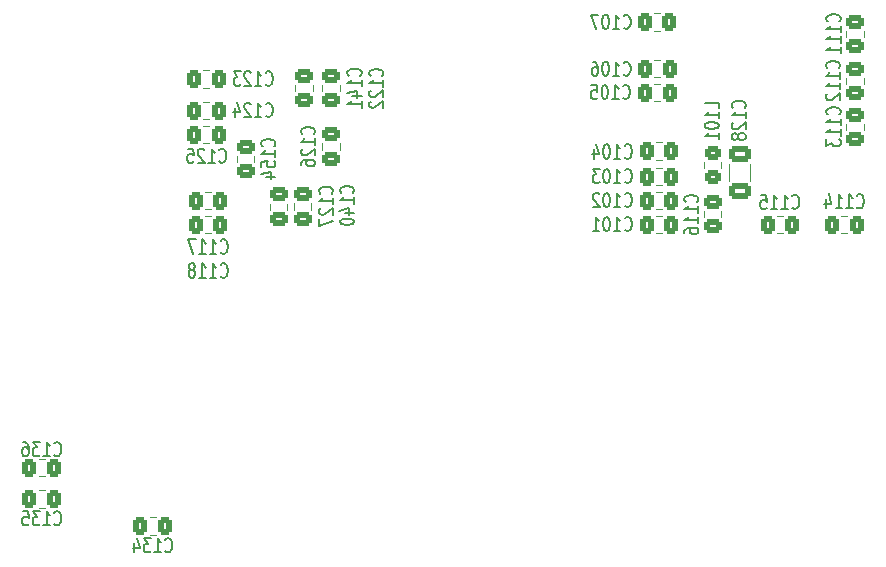
<source format=gbo>
G04 #@! TF.GenerationSoftware,KiCad,Pcbnew,9.0.5*
G04 #@! TF.CreationDate,2025-10-23T19:13:02+02:00*
G04 #@! TF.ProjectId,main-board,6d61696e-2d62-46f6-9172-642e6b696361,1.0a*
G04 #@! TF.SameCoordinates,Original*
G04 #@! TF.FileFunction,Legend,Bot*
G04 #@! TF.FilePolarity,Positive*
%FSLAX46Y46*%
G04 Gerber Fmt 4.6, Leading zero omitted, Abs format (unit mm)*
G04 Created by KiCad (PCBNEW 9.0.5) date 2025-10-23 19:13:02*
%MOMM*%
%LPD*%
G01*
G04 APERTURE LIST*
G04 Aperture macros list*
%AMRoundRect*
0 Rectangle with rounded corners*
0 $1 Rounding radius*
0 $2 $3 $4 $5 $6 $7 $8 $9 X,Y pos of 4 corners*
0 Add a 4 corners polygon primitive as box body*
4,1,4,$2,$3,$4,$5,$6,$7,$8,$9,$2,$3,0*
0 Add four circle primitives for the rounded corners*
1,1,$1+$1,$2,$3*
1,1,$1+$1,$4,$5*
1,1,$1+$1,$6,$7*
1,1,$1+$1,$8,$9*
0 Add four rect primitives between the rounded corners*
20,1,$1+$1,$2,$3,$4,$5,0*
20,1,$1+$1,$4,$5,$6,$7,0*
20,1,$1+$1,$6,$7,$8,$9,0*
20,1,$1+$1,$8,$9,$2,$3,0*%
G04 Aperture macros list end*
%ADD10C,0.170000*%
%ADD11C,0.100000*%
%ADD12C,0.650000*%
%ADD13O,1.000000X2.100000*%
%ADD14O,1.000000X1.800000*%
%ADD15C,6.400000*%
%ADD16RoundRect,0.250000X-0.600000X-0.600000X0.600000X-0.600000X0.600000X0.600000X-0.600000X0.600000X0*%
%ADD17C,1.700000*%
%ADD18RoundRect,0.250000X0.600000X-0.600000X0.600000X0.600000X-0.600000X0.600000X-0.600000X-0.600000X0*%
%ADD19RoundRect,0.250000X-0.337500X-0.475000X0.337500X-0.475000X0.337500X0.475000X-0.337500X0.475000X0*%
%ADD20RoundRect,0.250000X0.475000X-0.337500X0.475000X0.337500X-0.475000X0.337500X-0.475000X-0.337500X0*%
%ADD21RoundRect,0.250000X0.337500X0.475000X-0.337500X0.475000X-0.337500X-0.475000X0.337500X-0.475000X0*%
%ADD22RoundRect,0.250000X-0.475000X0.337500X-0.475000X-0.337500X0.475000X-0.337500X0.475000X0.337500X0*%
%ADD23C,2.300000*%
%ADD24C,3.600000*%
%ADD25C,1.200000*%
%ADD26C,1.100000*%
%ADD27RoundRect,0.250000X0.450000X-0.325000X0.450000X0.325000X-0.450000X0.325000X-0.450000X-0.325000X0*%
%ADD28RoundRect,0.250000X-0.650000X0.412500X-0.650000X-0.412500X0.650000X-0.412500X0.650000X0.412500X0*%
G04 APERTURE END LIST*
D10*
X48154095Y-63768217D02*
X48199333Y-63825360D01*
X48199333Y-63825360D02*
X48335047Y-63882502D01*
X48335047Y-63882502D02*
X48425523Y-63882502D01*
X48425523Y-63882502D02*
X48561238Y-63825360D01*
X48561238Y-63825360D02*
X48651714Y-63711074D01*
X48651714Y-63711074D02*
X48696952Y-63596788D01*
X48696952Y-63596788D02*
X48742190Y-63368217D01*
X48742190Y-63368217D02*
X48742190Y-63196788D01*
X48742190Y-63196788D02*
X48696952Y-62968217D01*
X48696952Y-62968217D02*
X48651714Y-62853931D01*
X48651714Y-62853931D02*
X48561238Y-62739645D01*
X48561238Y-62739645D02*
X48425523Y-62682502D01*
X48425523Y-62682502D02*
X48335047Y-62682502D01*
X48335047Y-62682502D02*
X48199333Y-62739645D01*
X48199333Y-62739645D02*
X48154095Y-62796788D01*
X47249333Y-63882502D02*
X47792190Y-63882502D01*
X47520762Y-63882502D02*
X47520762Y-62682502D01*
X47520762Y-62682502D02*
X47611238Y-62853931D01*
X47611238Y-62853931D02*
X47701714Y-62968217D01*
X47701714Y-62968217D02*
X47792190Y-63025360D01*
X46344571Y-63882502D02*
X46887428Y-63882502D01*
X46616000Y-63882502D02*
X46616000Y-62682502D01*
X46616000Y-62682502D02*
X46706476Y-62853931D01*
X46706476Y-62853931D02*
X46796952Y-62968217D01*
X46796952Y-62968217D02*
X46887428Y-63025360D01*
X45801714Y-63196788D02*
X45892190Y-63139645D01*
X45892190Y-63139645D02*
X45937428Y-63082502D01*
X45937428Y-63082502D02*
X45982666Y-62968217D01*
X45982666Y-62968217D02*
X45982666Y-62911074D01*
X45982666Y-62911074D02*
X45937428Y-62796788D01*
X45937428Y-62796788D02*
X45892190Y-62739645D01*
X45892190Y-62739645D02*
X45801714Y-62682502D01*
X45801714Y-62682502D02*
X45620761Y-62682502D01*
X45620761Y-62682502D02*
X45530285Y-62739645D01*
X45530285Y-62739645D02*
X45485047Y-62796788D01*
X45485047Y-62796788D02*
X45439809Y-62911074D01*
X45439809Y-62911074D02*
X45439809Y-62968217D01*
X45439809Y-62968217D02*
X45485047Y-63082502D01*
X45485047Y-63082502D02*
X45530285Y-63139645D01*
X45530285Y-63139645D02*
X45620761Y-63196788D01*
X45620761Y-63196788D02*
X45801714Y-63196788D01*
X45801714Y-63196788D02*
X45892190Y-63253931D01*
X45892190Y-63253931D02*
X45937428Y-63311074D01*
X45937428Y-63311074D02*
X45982666Y-63425360D01*
X45982666Y-63425360D02*
X45982666Y-63653931D01*
X45982666Y-63653931D02*
X45937428Y-63768217D01*
X45937428Y-63768217D02*
X45892190Y-63825360D01*
X45892190Y-63825360D02*
X45801714Y-63882502D01*
X45801714Y-63882502D02*
X45620761Y-63882502D01*
X45620761Y-63882502D02*
X45530285Y-63825360D01*
X45530285Y-63825360D02*
X45485047Y-63768217D01*
X45485047Y-63768217D02*
X45439809Y-63653931D01*
X45439809Y-63653931D02*
X45439809Y-63425360D01*
X45439809Y-63425360D02*
X45485047Y-63311074D01*
X45485047Y-63311074D02*
X45530285Y-63253931D01*
X45530285Y-63253931D02*
X45620761Y-63196788D01*
X82367895Y-53684417D02*
X82413133Y-53741560D01*
X82413133Y-53741560D02*
X82548847Y-53798702D01*
X82548847Y-53798702D02*
X82639323Y-53798702D01*
X82639323Y-53798702D02*
X82775038Y-53741560D01*
X82775038Y-53741560D02*
X82865514Y-53627274D01*
X82865514Y-53627274D02*
X82910752Y-53512988D01*
X82910752Y-53512988D02*
X82955990Y-53284417D01*
X82955990Y-53284417D02*
X82955990Y-53112988D01*
X82955990Y-53112988D02*
X82910752Y-52884417D01*
X82910752Y-52884417D02*
X82865514Y-52770131D01*
X82865514Y-52770131D02*
X82775038Y-52655845D01*
X82775038Y-52655845D02*
X82639323Y-52598702D01*
X82639323Y-52598702D02*
X82548847Y-52598702D01*
X82548847Y-52598702D02*
X82413133Y-52655845D01*
X82413133Y-52655845D02*
X82367895Y-52712988D01*
X81463133Y-53798702D02*
X82005990Y-53798702D01*
X81734562Y-53798702D02*
X81734562Y-52598702D01*
X81734562Y-52598702D02*
X81825038Y-52770131D01*
X81825038Y-52770131D02*
X81915514Y-52884417D01*
X81915514Y-52884417D02*
X82005990Y-52941560D01*
X80875038Y-52598702D02*
X80784561Y-52598702D01*
X80784561Y-52598702D02*
X80694085Y-52655845D01*
X80694085Y-52655845D02*
X80648847Y-52712988D01*
X80648847Y-52712988D02*
X80603609Y-52827274D01*
X80603609Y-52827274D02*
X80558371Y-53055845D01*
X80558371Y-53055845D02*
X80558371Y-53341560D01*
X80558371Y-53341560D02*
X80603609Y-53570131D01*
X80603609Y-53570131D02*
X80648847Y-53684417D01*
X80648847Y-53684417D02*
X80694085Y-53741560D01*
X80694085Y-53741560D02*
X80784561Y-53798702D01*
X80784561Y-53798702D02*
X80875038Y-53798702D01*
X80875038Y-53798702D02*
X80965514Y-53741560D01*
X80965514Y-53741560D02*
X81010752Y-53684417D01*
X81010752Y-53684417D02*
X81055990Y-53570131D01*
X81055990Y-53570131D02*
X81101228Y-53341560D01*
X81101228Y-53341560D02*
X81101228Y-53055845D01*
X81101228Y-53055845D02*
X81055990Y-52827274D01*
X81055990Y-52827274D02*
X81010752Y-52712988D01*
X81010752Y-52712988D02*
X80965514Y-52655845D01*
X80965514Y-52655845D02*
X80875038Y-52598702D01*
X79744085Y-52998702D02*
X79744085Y-53798702D01*
X79970276Y-52541560D02*
X80196466Y-53398702D01*
X80196466Y-53398702D02*
X79608371Y-53398702D01*
X88493217Y-57472504D02*
X88550360Y-57427266D01*
X88550360Y-57427266D02*
X88607502Y-57291552D01*
X88607502Y-57291552D02*
X88607502Y-57201076D01*
X88607502Y-57201076D02*
X88550360Y-57065361D01*
X88550360Y-57065361D02*
X88436074Y-56974885D01*
X88436074Y-56974885D02*
X88321788Y-56929647D01*
X88321788Y-56929647D02*
X88093217Y-56884409D01*
X88093217Y-56884409D02*
X87921788Y-56884409D01*
X87921788Y-56884409D02*
X87693217Y-56929647D01*
X87693217Y-56929647D02*
X87578931Y-56974885D01*
X87578931Y-56974885D02*
X87464645Y-57065361D01*
X87464645Y-57065361D02*
X87407502Y-57201076D01*
X87407502Y-57201076D02*
X87407502Y-57291552D01*
X87407502Y-57291552D02*
X87464645Y-57427266D01*
X87464645Y-57427266D02*
X87521788Y-57472504D01*
X88607502Y-58377266D02*
X88607502Y-57834409D01*
X88607502Y-58105837D02*
X87407502Y-58105837D01*
X87407502Y-58105837D02*
X87578931Y-58015361D01*
X87578931Y-58015361D02*
X87693217Y-57924885D01*
X87693217Y-57924885D02*
X87750360Y-57834409D01*
X88607502Y-59282028D02*
X88607502Y-58739171D01*
X88607502Y-59010599D02*
X87407502Y-59010599D01*
X87407502Y-59010599D02*
X87578931Y-58920123D01*
X87578931Y-58920123D02*
X87693217Y-58829647D01*
X87693217Y-58829647D02*
X87750360Y-58739171D01*
X87407502Y-60096314D02*
X87407502Y-59915361D01*
X87407502Y-59915361D02*
X87464645Y-59824885D01*
X87464645Y-59824885D02*
X87521788Y-59779647D01*
X87521788Y-59779647D02*
X87693217Y-59689171D01*
X87693217Y-59689171D02*
X87921788Y-59643933D01*
X87921788Y-59643933D02*
X88378931Y-59643933D01*
X88378931Y-59643933D02*
X88493217Y-59689171D01*
X88493217Y-59689171D02*
X88550360Y-59734409D01*
X88550360Y-59734409D02*
X88607502Y-59824885D01*
X88607502Y-59824885D02*
X88607502Y-60005838D01*
X88607502Y-60005838D02*
X88550360Y-60096314D01*
X88550360Y-60096314D02*
X88493217Y-60141552D01*
X88493217Y-60141552D02*
X88378931Y-60186790D01*
X88378931Y-60186790D02*
X88093217Y-60186790D01*
X88093217Y-60186790D02*
X87978931Y-60141552D01*
X87978931Y-60141552D02*
X87921788Y-60096314D01*
X87921788Y-60096314D02*
X87864645Y-60005838D01*
X87864645Y-60005838D02*
X87864645Y-59824885D01*
X87864645Y-59824885D02*
X87921788Y-59734409D01*
X87921788Y-59734409D02*
X87978931Y-59689171D01*
X87978931Y-59689171D02*
X88093217Y-59643933D01*
X82367895Y-59831217D02*
X82413133Y-59888360D01*
X82413133Y-59888360D02*
X82548847Y-59945502D01*
X82548847Y-59945502D02*
X82639323Y-59945502D01*
X82639323Y-59945502D02*
X82775038Y-59888360D01*
X82775038Y-59888360D02*
X82865514Y-59774074D01*
X82865514Y-59774074D02*
X82910752Y-59659788D01*
X82910752Y-59659788D02*
X82955990Y-59431217D01*
X82955990Y-59431217D02*
X82955990Y-59259788D01*
X82955990Y-59259788D02*
X82910752Y-59031217D01*
X82910752Y-59031217D02*
X82865514Y-58916931D01*
X82865514Y-58916931D02*
X82775038Y-58802645D01*
X82775038Y-58802645D02*
X82639323Y-58745502D01*
X82639323Y-58745502D02*
X82548847Y-58745502D01*
X82548847Y-58745502D02*
X82413133Y-58802645D01*
X82413133Y-58802645D02*
X82367895Y-58859788D01*
X81463133Y-59945502D02*
X82005990Y-59945502D01*
X81734562Y-59945502D02*
X81734562Y-58745502D01*
X81734562Y-58745502D02*
X81825038Y-58916931D01*
X81825038Y-58916931D02*
X81915514Y-59031217D01*
X81915514Y-59031217D02*
X82005990Y-59088360D01*
X80875038Y-58745502D02*
X80784561Y-58745502D01*
X80784561Y-58745502D02*
X80694085Y-58802645D01*
X80694085Y-58802645D02*
X80648847Y-58859788D01*
X80648847Y-58859788D02*
X80603609Y-58974074D01*
X80603609Y-58974074D02*
X80558371Y-59202645D01*
X80558371Y-59202645D02*
X80558371Y-59488360D01*
X80558371Y-59488360D02*
X80603609Y-59716931D01*
X80603609Y-59716931D02*
X80648847Y-59831217D01*
X80648847Y-59831217D02*
X80694085Y-59888360D01*
X80694085Y-59888360D02*
X80784561Y-59945502D01*
X80784561Y-59945502D02*
X80875038Y-59945502D01*
X80875038Y-59945502D02*
X80965514Y-59888360D01*
X80965514Y-59888360D02*
X81010752Y-59831217D01*
X81010752Y-59831217D02*
X81055990Y-59716931D01*
X81055990Y-59716931D02*
X81101228Y-59488360D01*
X81101228Y-59488360D02*
X81101228Y-59202645D01*
X81101228Y-59202645D02*
X81055990Y-58974074D01*
X81055990Y-58974074D02*
X81010752Y-58859788D01*
X81010752Y-58859788D02*
X80965514Y-58802645D01*
X80965514Y-58802645D02*
X80875038Y-58745502D01*
X79653609Y-59945502D02*
X80196466Y-59945502D01*
X79925038Y-59945502D02*
X79925038Y-58745502D01*
X79925038Y-58745502D02*
X80015514Y-58916931D01*
X80015514Y-58916931D02*
X80105990Y-59031217D01*
X80105990Y-59031217D02*
X80196466Y-59088360D01*
X82266295Y-42711617D02*
X82311533Y-42768760D01*
X82311533Y-42768760D02*
X82447247Y-42825902D01*
X82447247Y-42825902D02*
X82537723Y-42825902D01*
X82537723Y-42825902D02*
X82673438Y-42768760D01*
X82673438Y-42768760D02*
X82763914Y-42654474D01*
X82763914Y-42654474D02*
X82809152Y-42540188D01*
X82809152Y-42540188D02*
X82854390Y-42311617D01*
X82854390Y-42311617D02*
X82854390Y-42140188D01*
X82854390Y-42140188D02*
X82809152Y-41911617D01*
X82809152Y-41911617D02*
X82763914Y-41797331D01*
X82763914Y-41797331D02*
X82673438Y-41683045D01*
X82673438Y-41683045D02*
X82537723Y-41625902D01*
X82537723Y-41625902D02*
X82447247Y-41625902D01*
X82447247Y-41625902D02*
X82311533Y-41683045D01*
X82311533Y-41683045D02*
X82266295Y-41740188D01*
X81361533Y-42825902D02*
X81904390Y-42825902D01*
X81632962Y-42825902D02*
X81632962Y-41625902D01*
X81632962Y-41625902D02*
X81723438Y-41797331D01*
X81723438Y-41797331D02*
X81813914Y-41911617D01*
X81813914Y-41911617D02*
X81904390Y-41968760D01*
X80773438Y-41625902D02*
X80682961Y-41625902D01*
X80682961Y-41625902D02*
X80592485Y-41683045D01*
X80592485Y-41683045D02*
X80547247Y-41740188D01*
X80547247Y-41740188D02*
X80502009Y-41854474D01*
X80502009Y-41854474D02*
X80456771Y-42083045D01*
X80456771Y-42083045D02*
X80456771Y-42368760D01*
X80456771Y-42368760D02*
X80502009Y-42597331D01*
X80502009Y-42597331D02*
X80547247Y-42711617D01*
X80547247Y-42711617D02*
X80592485Y-42768760D01*
X80592485Y-42768760D02*
X80682961Y-42825902D01*
X80682961Y-42825902D02*
X80773438Y-42825902D01*
X80773438Y-42825902D02*
X80863914Y-42768760D01*
X80863914Y-42768760D02*
X80909152Y-42711617D01*
X80909152Y-42711617D02*
X80954390Y-42597331D01*
X80954390Y-42597331D02*
X80999628Y-42368760D01*
X80999628Y-42368760D02*
X80999628Y-42083045D01*
X80999628Y-42083045D02*
X80954390Y-41854474D01*
X80954390Y-41854474D02*
X80909152Y-41740188D01*
X80909152Y-41740188D02*
X80863914Y-41683045D01*
X80863914Y-41683045D02*
X80773438Y-41625902D01*
X80140104Y-41625902D02*
X79506771Y-41625902D01*
X79506771Y-41625902D02*
X79913914Y-42825902D01*
X102027495Y-57900817D02*
X102072733Y-57957960D01*
X102072733Y-57957960D02*
X102208447Y-58015102D01*
X102208447Y-58015102D02*
X102298923Y-58015102D01*
X102298923Y-58015102D02*
X102434638Y-57957960D01*
X102434638Y-57957960D02*
X102525114Y-57843674D01*
X102525114Y-57843674D02*
X102570352Y-57729388D01*
X102570352Y-57729388D02*
X102615590Y-57500817D01*
X102615590Y-57500817D02*
X102615590Y-57329388D01*
X102615590Y-57329388D02*
X102570352Y-57100817D01*
X102570352Y-57100817D02*
X102525114Y-56986531D01*
X102525114Y-56986531D02*
X102434638Y-56872245D01*
X102434638Y-56872245D02*
X102298923Y-56815102D01*
X102298923Y-56815102D02*
X102208447Y-56815102D01*
X102208447Y-56815102D02*
X102072733Y-56872245D01*
X102072733Y-56872245D02*
X102027495Y-56929388D01*
X101122733Y-58015102D02*
X101665590Y-58015102D01*
X101394162Y-58015102D02*
X101394162Y-56815102D01*
X101394162Y-56815102D02*
X101484638Y-56986531D01*
X101484638Y-56986531D02*
X101575114Y-57100817D01*
X101575114Y-57100817D02*
X101665590Y-57157960D01*
X100217971Y-58015102D02*
X100760828Y-58015102D01*
X100489400Y-58015102D02*
X100489400Y-56815102D01*
X100489400Y-56815102D02*
X100579876Y-56986531D01*
X100579876Y-56986531D02*
X100670352Y-57100817D01*
X100670352Y-57100817D02*
X100760828Y-57157960D01*
X99403685Y-57215102D02*
X99403685Y-58015102D01*
X99629876Y-56757960D02*
X99856066Y-57615102D01*
X99856066Y-57615102D02*
X99267971Y-57615102D01*
X43455095Y-87038217D02*
X43500333Y-87095360D01*
X43500333Y-87095360D02*
X43636047Y-87152502D01*
X43636047Y-87152502D02*
X43726523Y-87152502D01*
X43726523Y-87152502D02*
X43862238Y-87095360D01*
X43862238Y-87095360D02*
X43952714Y-86981074D01*
X43952714Y-86981074D02*
X43997952Y-86866788D01*
X43997952Y-86866788D02*
X44043190Y-86638217D01*
X44043190Y-86638217D02*
X44043190Y-86466788D01*
X44043190Y-86466788D02*
X43997952Y-86238217D01*
X43997952Y-86238217D02*
X43952714Y-86123931D01*
X43952714Y-86123931D02*
X43862238Y-86009645D01*
X43862238Y-86009645D02*
X43726523Y-85952502D01*
X43726523Y-85952502D02*
X43636047Y-85952502D01*
X43636047Y-85952502D02*
X43500333Y-86009645D01*
X43500333Y-86009645D02*
X43455095Y-86066788D01*
X42550333Y-87152502D02*
X43093190Y-87152502D01*
X42821762Y-87152502D02*
X42821762Y-85952502D01*
X42821762Y-85952502D02*
X42912238Y-86123931D01*
X42912238Y-86123931D02*
X43002714Y-86238217D01*
X43002714Y-86238217D02*
X43093190Y-86295360D01*
X42233666Y-85952502D02*
X41645571Y-85952502D01*
X41645571Y-85952502D02*
X41962238Y-86409645D01*
X41962238Y-86409645D02*
X41826523Y-86409645D01*
X41826523Y-86409645D02*
X41736047Y-86466788D01*
X41736047Y-86466788D02*
X41690809Y-86523931D01*
X41690809Y-86523931D02*
X41645571Y-86638217D01*
X41645571Y-86638217D02*
X41645571Y-86923931D01*
X41645571Y-86923931D02*
X41690809Y-87038217D01*
X41690809Y-87038217D02*
X41736047Y-87095360D01*
X41736047Y-87095360D02*
X41826523Y-87152502D01*
X41826523Y-87152502D02*
X42097952Y-87152502D01*
X42097952Y-87152502D02*
X42188428Y-87095360D01*
X42188428Y-87095360D02*
X42233666Y-87038217D01*
X40831285Y-86352502D02*
X40831285Y-87152502D01*
X41057476Y-85895360D02*
X41283666Y-86752502D01*
X41283666Y-86752502D02*
X40695571Y-86752502D01*
X56032017Y-51732104D02*
X56089160Y-51686866D01*
X56089160Y-51686866D02*
X56146302Y-51551152D01*
X56146302Y-51551152D02*
X56146302Y-51460676D01*
X56146302Y-51460676D02*
X56089160Y-51324961D01*
X56089160Y-51324961D02*
X55974874Y-51234485D01*
X55974874Y-51234485D02*
X55860588Y-51189247D01*
X55860588Y-51189247D02*
X55632017Y-51144009D01*
X55632017Y-51144009D02*
X55460588Y-51144009D01*
X55460588Y-51144009D02*
X55232017Y-51189247D01*
X55232017Y-51189247D02*
X55117731Y-51234485D01*
X55117731Y-51234485D02*
X55003445Y-51324961D01*
X55003445Y-51324961D02*
X54946302Y-51460676D01*
X54946302Y-51460676D02*
X54946302Y-51551152D01*
X54946302Y-51551152D02*
X55003445Y-51686866D01*
X55003445Y-51686866D02*
X55060588Y-51732104D01*
X56146302Y-52636866D02*
X56146302Y-52094009D01*
X56146302Y-52365437D02*
X54946302Y-52365437D01*
X54946302Y-52365437D02*
X55117731Y-52274961D01*
X55117731Y-52274961D02*
X55232017Y-52184485D01*
X55232017Y-52184485D02*
X55289160Y-52094009D01*
X55060588Y-52998771D02*
X55003445Y-53044009D01*
X55003445Y-53044009D02*
X54946302Y-53134485D01*
X54946302Y-53134485D02*
X54946302Y-53360676D01*
X54946302Y-53360676D02*
X55003445Y-53451152D01*
X55003445Y-53451152D02*
X55060588Y-53496390D01*
X55060588Y-53496390D02*
X55174874Y-53541628D01*
X55174874Y-53541628D02*
X55289160Y-53541628D01*
X55289160Y-53541628D02*
X55460588Y-53496390D01*
X55460588Y-53496390D02*
X56146302Y-52953533D01*
X56146302Y-52953533D02*
X56146302Y-53541628D01*
X54946302Y-54355914D02*
X54946302Y-54174961D01*
X54946302Y-54174961D02*
X55003445Y-54084485D01*
X55003445Y-54084485D02*
X55060588Y-54039247D01*
X55060588Y-54039247D02*
X55232017Y-53948771D01*
X55232017Y-53948771D02*
X55460588Y-53903533D01*
X55460588Y-53903533D02*
X55917731Y-53903533D01*
X55917731Y-53903533D02*
X56032017Y-53948771D01*
X56032017Y-53948771D02*
X56089160Y-53994009D01*
X56089160Y-53994009D02*
X56146302Y-54084485D01*
X56146302Y-54084485D02*
X56146302Y-54265438D01*
X56146302Y-54265438D02*
X56089160Y-54355914D01*
X56089160Y-54355914D02*
X56032017Y-54401152D01*
X56032017Y-54401152D02*
X55917731Y-54446390D01*
X55917731Y-54446390D02*
X55632017Y-54446390D01*
X55632017Y-54446390D02*
X55517731Y-54401152D01*
X55517731Y-54401152D02*
X55460588Y-54355914D01*
X55460588Y-54355914D02*
X55403445Y-54265438D01*
X55403445Y-54265438D02*
X55403445Y-54084485D01*
X55403445Y-54084485D02*
X55460588Y-53994009D01*
X55460588Y-53994009D02*
X55517731Y-53948771D01*
X55517731Y-53948771D02*
X55632017Y-53903533D01*
X48154095Y-61736217D02*
X48199333Y-61793360D01*
X48199333Y-61793360D02*
X48335047Y-61850502D01*
X48335047Y-61850502D02*
X48425523Y-61850502D01*
X48425523Y-61850502D02*
X48561238Y-61793360D01*
X48561238Y-61793360D02*
X48651714Y-61679074D01*
X48651714Y-61679074D02*
X48696952Y-61564788D01*
X48696952Y-61564788D02*
X48742190Y-61336217D01*
X48742190Y-61336217D02*
X48742190Y-61164788D01*
X48742190Y-61164788D02*
X48696952Y-60936217D01*
X48696952Y-60936217D02*
X48651714Y-60821931D01*
X48651714Y-60821931D02*
X48561238Y-60707645D01*
X48561238Y-60707645D02*
X48425523Y-60650502D01*
X48425523Y-60650502D02*
X48335047Y-60650502D01*
X48335047Y-60650502D02*
X48199333Y-60707645D01*
X48199333Y-60707645D02*
X48154095Y-60764788D01*
X47249333Y-61850502D02*
X47792190Y-61850502D01*
X47520762Y-61850502D02*
X47520762Y-60650502D01*
X47520762Y-60650502D02*
X47611238Y-60821931D01*
X47611238Y-60821931D02*
X47701714Y-60936217D01*
X47701714Y-60936217D02*
X47792190Y-60993360D01*
X46344571Y-61850502D02*
X46887428Y-61850502D01*
X46616000Y-61850502D02*
X46616000Y-60650502D01*
X46616000Y-60650502D02*
X46706476Y-60821931D01*
X46706476Y-60821931D02*
X46796952Y-60936217D01*
X46796952Y-60936217D02*
X46887428Y-60993360D01*
X46027904Y-60650502D02*
X45394571Y-60650502D01*
X45394571Y-60650502D02*
X45801714Y-61850502D01*
X82215495Y-48655217D02*
X82260733Y-48712360D01*
X82260733Y-48712360D02*
X82396447Y-48769502D01*
X82396447Y-48769502D02*
X82486923Y-48769502D01*
X82486923Y-48769502D02*
X82622638Y-48712360D01*
X82622638Y-48712360D02*
X82713114Y-48598074D01*
X82713114Y-48598074D02*
X82758352Y-48483788D01*
X82758352Y-48483788D02*
X82803590Y-48255217D01*
X82803590Y-48255217D02*
X82803590Y-48083788D01*
X82803590Y-48083788D02*
X82758352Y-47855217D01*
X82758352Y-47855217D02*
X82713114Y-47740931D01*
X82713114Y-47740931D02*
X82622638Y-47626645D01*
X82622638Y-47626645D02*
X82486923Y-47569502D01*
X82486923Y-47569502D02*
X82396447Y-47569502D01*
X82396447Y-47569502D02*
X82260733Y-47626645D01*
X82260733Y-47626645D02*
X82215495Y-47683788D01*
X81310733Y-48769502D02*
X81853590Y-48769502D01*
X81582162Y-48769502D02*
X81582162Y-47569502D01*
X81582162Y-47569502D02*
X81672638Y-47740931D01*
X81672638Y-47740931D02*
X81763114Y-47855217D01*
X81763114Y-47855217D02*
X81853590Y-47912360D01*
X80722638Y-47569502D02*
X80632161Y-47569502D01*
X80632161Y-47569502D02*
X80541685Y-47626645D01*
X80541685Y-47626645D02*
X80496447Y-47683788D01*
X80496447Y-47683788D02*
X80451209Y-47798074D01*
X80451209Y-47798074D02*
X80405971Y-48026645D01*
X80405971Y-48026645D02*
X80405971Y-48312360D01*
X80405971Y-48312360D02*
X80451209Y-48540931D01*
X80451209Y-48540931D02*
X80496447Y-48655217D01*
X80496447Y-48655217D02*
X80541685Y-48712360D01*
X80541685Y-48712360D02*
X80632161Y-48769502D01*
X80632161Y-48769502D02*
X80722638Y-48769502D01*
X80722638Y-48769502D02*
X80813114Y-48712360D01*
X80813114Y-48712360D02*
X80858352Y-48655217D01*
X80858352Y-48655217D02*
X80903590Y-48540931D01*
X80903590Y-48540931D02*
X80948828Y-48312360D01*
X80948828Y-48312360D02*
X80948828Y-48026645D01*
X80948828Y-48026645D02*
X80903590Y-47798074D01*
X80903590Y-47798074D02*
X80858352Y-47683788D01*
X80858352Y-47683788D02*
X80813114Y-47626645D01*
X80813114Y-47626645D02*
X80722638Y-47569502D01*
X79546447Y-47569502D02*
X79998828Y-47569502D01*
X79998828Y-47569502D02*
X80044066Y-48140931D01*
X80044066Y-48140931D02*
X79998828Y-48083788D01*
X79998828Y-48083788D02*
X79908352Y-48026645D01*
X79908352Y-48026645D02*
X79682161Y-48026645D01*
X79682161Y-48026645D02*
X79591685Y-48083788D01*
X79591685Y-48083788D02*
X79546447Y-48140931D01*
X79546447Y-48140931D02*
X79501209Y-48255217D01*
X79501209Y-48255217D02*
X79501209Y-48540931D01*
X79501209Y-48540931D02*
X79546447Y-48655217D01*
X79546447Y-48655217D02*
X79591685Y-48712360D01*
X79591685Y-48712360D02*
X79682161Y-48769502D01*
X79682161Y-48769502D02*
X79908352Y-48769502D01*
X79908352Y-48769502D02*
X79998828Y-48712360D01*
X79998828Y-48712360D02*
X80044066Y-48655217D01*
X34057095Y-78886217D02*
X34102333Y-78943360D01*
X34102333Y-78943360D02*
X34238047Y-79000502D01*
X34238047Y-79000502D02*
X34328523Y-79000502D01*
X34328523Y-79000502D02*
X34464238Y-78943360D01*
X34464238Y-78943360D02*
X34554714Y-78829074D01*
X34554714Y-78829074D02*
X34599952Y-78714788D01*
X34599952Y-78714788D02*
X34645190Y-78486217D01*
X34645190Y-78486217D02*
X34645190Y-78314788D01*
X34645190Y-78314788D02*
X34599952Y-78086217D01*
X34599952Y-78086217D02*
X34554714Y-77971931D01*
X34554714Y-77971931D02*
X34464238Y-77857645D01*
X34464238Y-77857645D02*
X34328523Y-77800502D01*
X34328523Y-77800502D02*
X34238047Y-77800502D01*
X34238047Y-77800502D02*
X34102333Y-77857645D01*
X34102333Y-77857645D02*
X34057095Y-77914788D01*
X33152333Y-79000502D02*
X33695190Y-79000502D01*
X33423762Y-79000502D02*
X33423762Y-77800502D01*
X33423762Y-77800502D02*
X33514238Y-77971931D01*
X33514238Y-77971931D02*
X33604714Y-78086217D01*
X33604714Y-78086217D02*
X33695190Y-78143360D01*
X32835666Y-77800502D02*
X32247571Y-77800502D01*
X32247571Y-77800502D02*
X32564238Y-78257645D01*
X32564238Y-78257645D02*
X32428523Y-78257645D01*
X32428523Y-78257645D02*
X32338047Y-78314788D01*
X32338047Y-78314788D02*
X32292809Y-78371931D01*
X32292809Y-78371931D02*
X32247571Y-78486217D01*
X32247571Y-78486217D02*
X32247571Y-78771931D01*
X32247571Y-78771931D02*
X32292809Y-78886217D01*
X32292809Y-78886217D02*
X32338047Y-78943360D01*
X32338047Y-78943360D02*
X32428523Y-79000502D01*
X32428523Y-79000502D02*
X32699952Y-79000502D01*
X32699952Y-79000502D02*
X32790428Y-78943360D01*
X32790428Y-78943360D02*
X32835666Y-78886217D01*
X31433285Y-77800502D02*
X31614238Y-77800502D01*
X31614238Y-77800502D02*
X31704714Y-77857645D01*
X31704714Y-77857645D02*
X31749952Y-77914788D01*
X31749952Y-77914788D02*
X31840428Y-78086217D01*
X31840428Y-78086217D02*
X31885666Y-78314788D01*
X31885666Y-78314788D02*
X31885666Y-78771931D01*
X31885666Y-78771931D02*
X31840428Y-78886217D01*
X31840428Y-78886217D02*
X31795190Y-78943360D01*
X31795190Y-78943360D02*
X31704714Y-79000502D01*
X31704714Y-79000502D02*
X31523761Y-79000502D01*
X31523761Y-79000502D02*
X31433285Y-78943360D01*
X31433285Y-78943360D02*
X31388047Y-78886217D01*
X31388047Y-78886217D02*
X31342809Y-78771931D01*
X31342809Y-78771931D02*
X31342809Y-78486217D01*
X31342809Y-78486217D02*
X31388047Y-78371931D01*
X31388047Y-78371931D02*
X31433285Y-78314788D01*
X31433285Y-78314788D02*
X31523761Y-78257645D01*
X31523761Y-78257645D02*
X31704714Y-78257645D01*
X31704714Y-78257645D02*
X31795190Y-78314788D01*
X31795190Y-78314788D02*
X31840428Y-78371931D01*
X31840428Y-78371931D02*
X31885666Y-78486217D01*
X82367895Y-57799217D02*
X82413133Y-57856360D01*
X82413133Y-57856360D02*
X82548847Y-57913502D01*
X82548847Y-57913502D02*
X82639323Y-57913502D01*
X82639323Y-57913502D02*
X82775038Y-57856360D01*
X82775038Y-57856360D02*
X82865514Y-57742074D01*
X82865514Y-57742074D02*
X82910752Y-57627788D01*
X82910752Y-57627788D02*
X82955990Y-57399217D01*
X82955990Y-57399217D02*
X82955990Y-57227788D01*
X82955990Y-57227788D02*
X82910752Y-56999217D01*
X82910752Y-56999217D02*
X82865514Y-56884931D01*
X82865514Y-56884931D02*
X82775038Y-56770645D01*
X82775038Y-56770645D02*
X82639323Y-56713502D01*
X82639323Y-56713502D02*
X82548847Y-56713502D01*
X82548847Y-56713502D02*
X82413133Y-56770645D01*
X82413133Y-56770645D02*
X82367895Y-56827788D01*
X81463133Y-57913502D02*
X82005990Y-57913502D01*
X81734562Y-57913502D02*
X81734562Y-56713502D01*
X81734562Y-56713502D02*
X81825038Y-56884931D01*
X81825038Y-56884931D02*
X81915514Y-56999217D01*
X81915514Y-56999217D02*
X82005990Y-57056360D01*
X80875038Y-56713502D02*
X80784561Y-56713502D01*
X80784561Y-56713502D02*
X80694085Y-56770645D01*
X80694085Y-56770645D02*
X80648847Y-56827788D01*
X80648847Y-56827788D02*
X80603609Y-56942074D01*
X80603609Y-56942074D02*
X80558371Y-57170645D01*
X80558371Y-57170645D02*
X80558371Y-57456360D01*
X80558371Y-57456360D02*
X80603609Y-57684931D01*
X80603609Y-57684931D02*
X80648847Y-57799217D01*
X80648847Y-57799217D02*
X80694085Y-57856360D01*
X80694085Y-57856360D02*
X80784561Y-57913502D01*
X80784561Y-57913502D02*
X80875038Y-57913502D01*
X80875038Y-57913502D02*
X80965514Y-57856360D01*
X80965514Y-57856360D02*
X81010752Y-57799217D01*
X81010752Y-57799217D02*
X81055990Y-57684931D01*
X81055990Y-57684931D02*
X81101228Y-57456360D01*
X81101228Y-57456360D02*
X81101228Y-57170645D01*
X81101228Y-57170645D02*
X81055990Y-56942074D01*
X81055990Y-56942074D02*
X81010752Y-56827788D01*
X81010752Y-56827788D02*
X80965514Y-56770645D01*
X80965514Y-56770645D02*
X80875038Y-56713502D01*
X80196466Y-56827788D02*
X80151228Y-56770645D01*
X80151228Y-56770645D02*
X80060752Y-56713502D01*
X80060752Y-56713502D02*
X79834561Y-56713502D01*
X79834561Y-56713502D02*
X79744085Y-56770645D01*
X79744085Y-56770645D02*
X79698847Y-56827788D01*
X79698847Y-56827788D02*
X79653609Y-56942074D01*
X79653609Y-56942074D02*
X79653609Y-57056360D01*
X79653609Y-57056360D02*
X79698847Y-57227788D01*
X79698847Y-57227788D02*
X80241704Y-57913502D01*
X80241704Y-57913502D02*
X79653609Y-57913502D01*
X100482017Y-46144104D02*
X100539160Y-46098866D01*
X100539160Y-46098866D02*
X100596302Y-45963152D01*
X100596302Y-45963152D02*
X100596302Y-45872676D01*
X100596302Y-45872676D02*
X100539160Y-45736961D01*
X100539160Y-45736961D02*
X100424874Y-45646485D01*
X100424874Y-45646485D02*
X100310588Y-45601247D01*
X100310588Y-45601247D02*
X100082017Y-45556009D01*
X100082017Y-45556009D02*
X99910588Y-45556009D01*
X99910588Y-45556009D02*
X99682017Y-45601247D01*
X99682017Y-45601247D02*
X99567731Y-45646485D01*
X99567731Y-45646485D02*
X99453445Y-45736961D01*
X99453445Y-45736961D02*
X99396302Y-45872676D01*
X99396302Y-45872676D02*
X99396302Y-45963152D01*
X99396302Y-45963152D02*
X99453445Y-46098866D01*
X99453445Y-46098866D02*
X99510588Y-46144104D01*
X100596302Y-47048866D02*
X100596302Y-46506009D01*
X100596302Y-46777437D02*
X99396302Y-46777437D01*
X99396302Y-46777437D02*
X99567731Y-46686961D01*
X99567731Y-46686961D02*
X99682017Y-46596485D01*
X99682017Y-46596485D02*
X99739160Y-46506009D01*
X100596302Y-47953628D02*
X100596302Y-47410771D01*
X100596302Y-47682199D02*
X99396302Y-47682199D01*
X99396302Y-47682199D02*
X99567731Y-47591723D01*
X99567731Y-47591723D02*
X99682017Y-47501247D01*
X99682017Y-47501247D02*
X99739160Y-47410771D01*
X99510588Y-48315533D02*
X99453445Y-48360771D01*
X99453445Y-48360771D02*
X99396302Y-48451247D01*
X99396302Y-48451247D02*
X99396302Y-48677438D01*
X99396302Y-48677438D02*
X99453445Y-48767914D01*
X99453445Y-48767914D02*
X99510588Y-48813152D01*
X99510588Y-48813152D02*
X99624874Y-48858390D01*
X99624874Y-48858390D02*
X99739160Y-48858390D01*
X99739160Y-48858390D02*
X99910588Y-48813152D01*
X99910588Y-48813152D02*
X100596302Y-48270295D01*
X100596302Y-48270295D02*
X100596302Y-48858390D01*
X96541095Y-57951617D02*
X96586333Y-58008760D01*
X96586333Y-58008760D02*
X96722047Y-58065902D01*
X96722047Y-58065902D02*
X96812523Y-58065902D01*
X96812523Y-58065902D02*
X96948238Y-58008760D01*
X96948238Y-58008760D02*
X97038714Y-57894474D01*
X97038714Y-57894474D02*
X97083952Y-57780188D01*
X97083952Y-57780188D02*
X97129190Y-57551617D01*
X97129190Y-57551617D02*
X97129190Y-57380188D01*
X97129190Y-57380188D02*
X97083952Y-57151617D01*
X97083952Y-57151617D02*
X97038714Y-57037331D01*
X97038714Y-57037331D02*
X96948238Y-56923045D01*
X96948238Y-56923045D02*
X96812523Y-56865902D01*
X96812523Y-56865902D02*
X96722047Y-56865902D01*
X96722047Y-56865902D02*
X96586333Y-56923045D01*
X96586333Y-56923045D02*
X96541095Y-56980188D01*
X95636333Y-58065902D02*
X96179190Y-58065902D01*
X95907762Y-58065902D02*
X95907762Y-56865902D01*
X95907762Y-56865902D02*
X95998238Y-57037331D01*
X95998238Y-57037331D02*
X96088714Y-57151617D01*
X96088714Y-57151617D02*
X96179190Y-57208760D01*
X94731571Y-58065902D02*
X95274428Y-58065902D01*
X95003000Y-58065902D02*
X95003000Y-56865902D01*
X95003000Y-56865902D02*
X95093476Y-57037331D01*
X95093476Y-57037331D02*
X95183952Y-57151617D01*
X95183952Y-57151617D02*
X95274428Y-57208760D01*
X93872047Y-56865902D02*
X94324428Y-56865902D01*
X94324428Y-56865902D02*
X94369666Y-57437331D01*
X94369666Y-57437331D02*
X94324428Y-57380188D01*
X94324428Y-57380188D02*
X94233952Y-57323045D01*
X94233952Y-57323045D02*
X94007761Y-57323045D01*
X94007761Y-57323045D02*
X93917285Y-57380188D01*
X93917285Y-57380188D02*
X93872047Y-57437331D01*
X93872047Y-57437331D02*
X93826809Y-57551617D01*
X93826809Y-57551617D02*
X93826809Y-57837331D01*
X93826809Y-57837331D02*
X93872047Y-57951617D01*
X93872047Y-57951617D02*
X93917285Y-58008760D01*
X93917285Y-58008760D02*
X94007761Y-58065902D01*
X94007761Y-58065902D02*
X94233952Y-58065902D01*
X94233952Y-58065902D02*
X94324428Y-58008760D01*
X94324428Y-58008760D02*
X94369666Y-57951617D01*
X51964095Y-50179217D02*
X52009333Y-50236360D01*
X52009333Y-50236360D02*
X52145047Y-50293502D01*
X52145047Y-50293502D02*
X52235523Y-50293502D01*
X52235523Y-50293502D02*
X52371238Y-50236360D01*
X52371238Y-50236360D02*
X52461714Y-50122074D01*
X52461714Y-50122074D02*
X52506952Y-50007788D01*
X52506952Y-50007788D02*
X52552190Y-49779217D01*
X52552190Y-49779217D02*
X52552190Y-49607788D01*
X52552190Y-49607788D02*
X52506952Y-49379217D01*
X52506952Y-49379217D02*
X52461714Y-49264931D01*
X52461714Y-49264931D02*
X52371238Y-49150645D01*
X52371238Y-49150645D02*
X52235523Y-49093502D01*
X52235523Y-49093502D02*
X52145047Y-49093502D01*
X52145047Y-49093502D02*
X52009333Y-49150645D01*
X52009333Y-49150645D02*
X51964095Y-49207788D01*
X51059333Y-50293502D02*
X51602190Y-50293502D01*
X51330762Y-50293502D02*
X51330762Y-49093502D01*
X51330762Y-49093502D02*
X51421238Y-49264931D01*
X51421238Y-49264931D02*
X51511714Y-49379217D01*
X51511714Y-49379217D02*
X51602190Y-49436360D01*
X50697428Y-49207788D02*
X50652190Y-49150645D01*
X50652190Y-49150645D02*
X50561714Y-49093502D01*
X50561714Y-49093502D02*
X50335523Y-49093502D01*
X50335523Y-49093502D02*
X50245047Y-49150645D01*
X50245047Y-49150645D02*
X50199809Y-49207788D01*
X50199809Y-49207788D02*
X50154571Y-49322074D01*
X50154571Y-49322074D02*
X50154571Y-49436360D01*
X50154571Y-49436360D02*
X50199809Y-49607788D01*
X50199809Y-49607788D02*
X50742666Y-50293502D01*
X50742666Y-50293502D02*
X50154571Y-50293502D01*
X49340285Y-49493502D02*
X49340285Y-50293502D01*
X49566476Y-49036360D02*
X49792666Y-49893502D01*
X49792666Y-49893502D02*
X49204571Y-49893502D01*
X90334702Y-49547704D02*
X90334702Y-49095323D01*
X90334702Y-49095323D02*
X89134702Y-49095323D01*
X90334702Y-50361990D02*
X90334702Y-49819133D01*
X90334702Y-50090561D02*
X89134702Y-50090561D01*
X89134702Y-50090561D02*
X89306131Y-50000085D01*
X89306131Y-50000085D02*
X89420417Y-49909609D01*
X89420417Y-49909609D02*
X89477560Y-49819133D01*
X89134702Y-50950085D02*
X89134702Y-51040562D01*
X89134702Y-51040562D02*
X89191845Y-51131038D01*
X89191845Y-51131038D02*
X89248988Y-51176276D01*
X89248988Y-51176276D02*
X89363274Y-51221514D01*
X89363274Y-51221514D02*
X89591845Y-51266752D01*
X89591845Y-51266752D02*
X89877560Y-51266752D01*
X89877560Y-51266752D02*
X90106131Y-51221514D01*
X90106131Y-51221514D02*
X90220417Y-51176276D01*
X90220417Y-51176276D02*
X90277560Y-51131038D01*
X90277560Y-51131038D02*
X90334702Y-51040562D01*
X90334702Y-51040562D02*
X90334702Y-50950085D01*
X90334702Y-50950085D02*
X90277560Y-50859609D01*
X90277560Y-50859609D02*
X90220417Y-50814371D01*
X90220417Y-50814371D02*
X90106131Y-50769133D01*
X90106131Y-50769133D02*
X89877560Y-50723895D01*
X89877560Y-50723895D02*
X89591845Y-50723895D01*
X89591845Y-50723895D02*
X89363274Y-50769133D01*
X89363274Y-50769133D02*
X89248988Y-50814371D01*
X89248988Y-50814371D02*
X89191845Y-50859609D01*
X89191845Y-50859609D02*
X89134702Y-50950085D01*
X90334702Y-52171514D02*
X90334702Y-51628657D01*
X90334702Y-51900085D02*
X89134702Y-51900085D01*
X89134702Y-51900085D02*
X89306131Y-51809609D01*
X89306131Y-51809609D02*
X89420417Y-51719133D01*
X89420417Y-51719133D02*
X89477560Y-51628657D01*
X100532817Y-42181704D02*
X100589960Y-42136466D01*
X100589960Y-42136466D02*
X100647102Y-42000752D01*
X100647102Y-42000752D02*
X100647102Y-41910276D01*
X100647102Y-41910276D02*
X100589960Y-41774561D01*
X100589960Y-41774561D02*
X100475674Y-41684085D01*
X100475674Y-41684085D02*
X100361388Y-41638847D01*
X100361388Y-41638847D02*
X100132817Y-41593609D01*
X100132817Y-41593609D02*
X99961388Y-41593609D01*
X99961388Y-41593609D02*
X99732817Y-41638847D01*
X99732817Y-41638847D02*
X99618531Y-41684085D01*
X99618531Y-41684085D02*
X99504245Y-41774561D01*
X99504245Y-41774561D02*
X99447102Y-41910276D01*
X99447102Y-41910276D02*
X99447102Y-42000752D01*
X99447102Y-42000752D02*
X99504245Y-42136466D01*
X99504245Y-42136466D02*
X99561388Y-42181704D01*
X100647102Y-43086466D02*
X100647102Y-42543609D01*
X100647102Y-42815037D02*
X99447102Y-42815037D01*
X99447102Y-42815037D02*
X99618531Y-42724561D01*
X99618531Y-42724561D02*
X99732817Y-42634085D01*
X99732817Y-42634085D02*
X99789960Y-42543609D01*
X100647102Y-43991228D02*
X100647102Y-43448371D01*
X100647102Y-43719799D02*
X99447102Y-43719799D01*
X99447102Y-43719799D02*
X99618531Y-43629323D01*
X99618531Y-43629323D02*
X99732817Y-43538847D01*
X99732817Y-43538847D02*
X99789960Y-43448371D01*
X100647102Y-44895990D02*
X100647102Y-44353133D01*
X100647102Y-44624561D02*
X99447102Y-44624561D01*
X99447102Y-44624561D02*
X99618531Y-44534085D01*
X99618531Y-44534085D02*
X99732817Y-44443609D01*
X99732817Y-44443609D02*
X99789960Y-44353133D01*
X48027095Y-54040017D02*
X48072333Y-54097160D01*
X48072333Y-54097160D02*
X48208047Y-54154302D01*
X48208047Y-54154302D02*
X48298523Y-54154302D01*
X48298523Y-54154302D02*
X48434238Y-54097160D01*
X48434238Y-54097160D02*
X48524714Y-53982874D01*
X48524714Y-53982874D02*
X48569952Y-53868588D01*
X48569952Y-53868588D02*
X48615190Y-53640017D01*
X48615190Y-53640017D02*
X48615190Y-53468588D01*
X48615190Y-53468588D02*
X48569952Y-53240017D01*
X48569952Y-53240017D02*
X48524714Y-53125731D01*
X48524714Y-53125731D02*
X48434238Y-53011445D01*
X48434238Y-53011445D02*
X48298523Y-52954302D01*
X48298523Y-52954302D02*
X48208047Y-52954302D01*
X48208047Y-52954302D02*
X48072333Y-53011445D01*
X48072333Y-53011445D02*
X48027095Y-53068588D01*
X47122333Y-54154302D02*
X47665190Y-54154302D01*
X47393762Y-54154302D02*
X47393762Y-52954302D01*
X47393762Y-52954302D02*
X47484238Y-53125731D01*
X47484238Y-53125731D02*
X47574714Y-53240017D01*
X47574714Y-53240017D02*
X47665190Y-53297160D01*
X46760428Y-53068588D02*
X46715190Y-53011445D01*
X46715190Y-53011445D02*
X46624714Y-52954302D01*
X46624714Y-52954302D02*
X46398523Y-52954302D01*
X46398523Y-52954302D02*
X46308047Y-53011445D01*
X46308047Y-53011445D02*
X46262809Y-53068588D01*
X46262809Y-53068588D02*
X46217571Y-53182874D01*
X46217571Y-53182874D02*
X46217571Y-53297160D01*
X46217571Y-53297160D02*
X46262809Y-53468588D01*
X46262809Y-53468588D02*
X46805666Y-54154302D01*
X46805666Y-54154302D02*
X46217571Y-54154302D01*
X45358047Y-52954302D02*
X45810428Y-52954302D01*
X45810428Y-52954302D02*
X45855666Y-53525731D01*
X45855666Y-53525731D02*
X45810428Y-53468588D01*
X45810428Y-53468588D02*
X45719952Y-53411445D01*
X45719952Y-53411445D02*
X45493761Y-53411445D01*
X45493761Y-53411445D02*
X45403285Y-53468588D01*
X45403285Y-53468588D02*
X45358047Y-53525731D01*
X45358047Y-53525731D02*
X45312809Y-53640017D01*
X45312809Y-53640017D02*
X45312809Y-53925731D01*
X45312809Y-53925731D02*
X45358047Y-54040017D01*
X45358047Y-54040017D02*
X45403285Y-54097160D01*
X45403285Y-54097160D02*
X45493761Y-54154302D01*
X45493761Y-54154302D02*
X45719952Y-54154302D01*
X45719952Y-54154302D02*
X45810428Y-54097160D01*
X45810428Y-54097160D02*
X45855666Y-54040017D01*
X34057095Y-84752217D02*
X34102333Y-84809360D01*
X34102333Y-84809360D02*
X34238047Y-84866502D01*
X34238047Y-84866502D02*
X34328523Y-84866502D01*
X34328523Y-84866502D02*
X34464238Y-84809360D01*
X34464238Y-84809360D02*
X34554714Y-84695074D01*
X34554714Y-84695074D02*
X34599952Y-84580788D01*
X34599952Y-84580788D02*
X34645190Y-84352217D01*
X34645190Y-84352217D02*
X34645190Y-84180788D01*
X34645190Y-84180788D02*
X34599952Y-83952217D01*
X34599952Y-83952217D02*
X34554714Y-83837931D01*
X34554714Y-83837931D02*
X34464238Y-83723645D01*
X34464238Y-83723645D02*
X34328523Y-83666502D01*
X34328523Y-83666502D02*
X34238047Y-83666502D01*
X34238047Y-83666502D02*
X34102333Y-83723645D01*
X34102333Y-83723645D02*
X34057095Y-83780788D01*
X33152333Y-84866502D02*
X33695190Y-84866502D01*
X33423762Y-84866502D02*
X33423762Y-83666502D01*
X33423762Y-83666502D02*
X33514238Y-83837931D01*
X33514238Y-83837931D02*
X33604714Y-83952217D01*
X33604714Y-83952217D02*
X33695190Y-84009360D01*
X32835666Y-83666502D02*
X32247571Y-83666502D01*
X32247571Y-83666502D02*
X32564238Y-84123645D01*
X32564238Y-84123645D02*
X32428523Y-84123645D01*
X32428523Y-84123645D02*
X32338047Y-84180788D01*
X32338047Y-84180788D02*
X32292809Y-84237931D01*
X32292809Y-84237931D02*
X32247571Y-84352217D01*
X32247571Y-84352217D02*
X32247571Y-84637931D01*
X32247571Y-84637931D02*
X32292809Y-84752217D01*
X32292809Y-84752217D02*
X32338047Y-84809360D01*
X32338047Y-84809360D02*
X32428523Y-84866502D01*
X32428523Y-84866502D02*
X32699952Y-84866502D01*
X32699952Y-84866502D02*
X32790428Y-84809360D01*
X32790428Y-84809360D02*
X32835666Y-84752217D01*
X31388047Y-83666502D02*
X31840428Y-83666502D01*
X31840428Y-83666502D02*
X31885666Y-84237931D01*
X31885666Y-84237931D02*
X31840428Y-84180788D01*
X31840428Y-84180788D02*
X31749952Y-84123645D01*
X31749952Y-84123645D02*
X31523761Y-84123645D01*
X31523761Y-84123645D02*
X31433285Y-84180788D01*
X31433285Y-84180788D02*
X31388047Y-84237931D01*
X31388047Y-84237931D02*
X31342809Y-84352217D01*
X31342809Y-84352217D02*
X31342809Y-84637931D01*
X31342809Y-84637931D02*
X31388047Y-84752217D01*
X31388047Y-84752217D02*
X31433285Y-84809360D01*
X31433285Y-84809360D02*
X31523761Y-84866502D01*
X31523761Y-84866502D02*
X31749952Y-84866502D01*
X31749952Y-84866502D02*
X31840428Y-84809360D01*
X31840428Y-84809360D02*
X31885666Y-84752217D01*
X57556017Y-56761304D02*
X57613160Y-56716066D01*
X57613160Y-56716066D02*
X57670302Y-56580352D01*
X57670302Y-56580352D02*
X57670302Y-56489876D01*
X57670302Y-56489876D02*
X57613160Y-56354161D01*
X57613160Y-56354161D02*
X57498874Y-56263685D01*
X57498874Y-56263685D02*
X57384588Y-56218447D01*
X57384588Y-56218447D02*
X57156017Y-56173209D01*
X57156017Y-56173209D02*
X56984588Y-56173209D01*
X56984588Y-56173209D02*
X56756017Y-56218447D01*
X56756017Y-56218447D02*
X56641731Y-56263685D01*
X56641731Y-56263685D02*
X56527445Y-56354161D01*
X56527445Y-56354161D02*
X56470302Y-56489876D01*
X56470302Y-56489876D02*
X56470302Y-56580352D01*
X56470302Y-56580352D02*
X56527445Y-56716066D01*
X56527445Y-56716066D02*
X56584588Y-56761304D01*
X57670302Y-57666066D02*
X57670302Y-57123209D01*
X57670302Y-57394637D02*
X56470302Y-57394637D01*
X56470302Y-57394637D02*
X56641731Y-57304161D01*
X56641731Y-57304161D02*
X56756017Y-57213685D01*
X56756017Y-57213685D02*
X56813160Y-57123209D01*
X56584588Y-58027971D02*
X56527445Y-58073209D01*
X56527445Y-58073209D02*
X56470302Y-58163685D01*
X56470302Y-58163685D02*
X56470302Y-58389876D01*
X56470302Y-58389876D02*
X56527445Y-58480352D01*
X56527445Y-58480352D02*
X56584588Y-58525590D01*
X56584588Y-58525590D02*
X56698874Y-58570828D01*
X56698874Y-58570828D02*
X56813160Y-58570828D01*
X56813160Y-58570828D02*
X56984588Y-58525590D01*
X56984588Y-58525590D02*
X57670302Y-57982733D01*
X57670302Y-57982733D02*
X57670302Y-58570828D01*
X56470302Y-58887495D02*
X56470302Y-59520828D01*
X56470302Y-59520828D02*
X57670302Y-59113685D01*
X82367895Y-55767217D02*
X82413133Y-55824360D01*
X82413133Y-55824360D02*
X82548847Y-55881502D01*
X82548847Y-55881502D02*
X82639323Y-55881502D01*
X82639323Y-55881502D02*
X82775038Y-55824360D01*
X82775038Y-55824360D02*
X82865514Y-55710074D01*
X82865514Y-55710074D02*
X82910752Y-55595788D01*
X82910752Y-55595788D02*
X82955990Y-55367217D01*
X82955990Y-55367217D02*
X82955990Y-55195788D01*
X82955990Y-55195788D02*
X82910752Y-54967217D01*
X82910752Y-54967217D02*
X82865514Y-54852931D01*
X82865514Y-54852931D02*
X82775038Y-54738645D01*
X82775038Y-54738645D02*
X82639323Y-54681502D01*
X82639323Y-54681502D02*
X82548847Y-54681502D01*
X82548847Y-54681502D02*
X82413133Y-54738645D01*
X82413133Y-54738645D02*
X82367895Y-54795788D01*
X81463133Y-55881502D02*
X82005990Y-55881502D01*
X81734562Y-55881502D02*
X81734562Y-54681502D01*
X81734562Y-54681502D02*
X81825038Y-54852931D01*
X81825038Y-54852931D02*
X81915514Y-54967217D01*
X81915514Y-54967217D02*
X82005990Y-55024360D01*
X80875038Y-54681502D02*
X80784561Y-54681502D01*
X80784561Y-54681502D02*
X80694085Y-54738645D01*
X80694085Y-54738645D02*
X80648847Y-54795788D01*
X80648847Y-54795788D02*
X80603609Y-54910074D01*
X80603609Y-54910074D02*
X80558371Y-55138645D01*
X80558371Y-55138645D02*
X80558371Y-55424360D01*
X80558371Y-55424360D02*
X80603609Y-55652931D01*
X80603609Y-55652931D02*
X80648847Y-55767217D01*
X80648847Y-55767217D02*
X80694085Y-55824360D01*
X80694085Y-55824360D02*
X80784561Y-55881502D01*
X80784561Y-55881502D02*
X80875038Y-55881502D01*
X80875038Y-55881502D02*
X80965514Y-55824360D01*
X80965514Y-55824360D02*
X81010752Y-55767217D01*
X81010752Y-55767217D02*
X81055990Y-55652931D01*
X81055990Y-55652931D02*
X81101228Y-55424360D01*
X81101228Y-55424360D02*
X81101228Y-55138645D01*
X81101228Y-55138645D02*
X81055990Y-54910074D01*
X81055990Y-54910074D02*
X81010752Y-54795788D01*
X81010752Y-54795788D02*
X80965514Y-54738645D01*
X80965514Y-54738645D02*
X80875038Y-54681502D01*
X80241704Y-54681502D02*
X79653609Y-54681502D01*
X79653609Y-54681502D02*
X79970276Y-55138645D01*
X79970276Y-55138645D02*
X79834561Y-55138645D01*
X79834561Y-55138645D02*
X79744085Y-55195788D01*
X79744085Y-55195788D02*
X79698847Y-55252931D01*
X79698847Y-55252931D02*
X79653609Y-55367217D01*
X79653609Y-55367217D02*
X79653609Y-55652931D01*
X79653609Y-55652931D02*
X79698847Y-55767217D01*
X79698847Y-55767217D02*
X79744085Y-55824360D01*
X79744085Y-55824360D02*
X79834561Y-55881502D01*
X79834561Y-55881502D02*
X80105990Y-55881502D01*
X80105990Y-55881502D02*
X80196466Y-55824360D01*
X80196466Y-55824360D02*
X80241704Y-55767217D01*
X52679217Y-52748104D02*
X52736360Y-52702866D01*
X52736360Y-52702866D02*
X52793502Y-52567152D01*
X52793502Y-52567152D02*
X52793502Y-52476676D01*
X52793502Y-52476676D02*
X52736360Y-52340961D01*
X52736360Y-52340961D02*
X52622074Y-52250485D01*
X52622074Y-52250485D02*
X52507788Y-52205247D01*
X52507788Y-52205247D02*
X52279217Y-52160009D01*
X52279217Y-52160009D02*
X52107788Y-52160009D01*
X52107788Y-52160009D02*
X51879217Y-52205247D01*
X51879217Y-52205247D02*
X51764931Y-52250485D01*
X51764931Y-52250485D02*
X51650645Y-52340961D01*
X51650645Y-52340961D02*
X51593502Y-52476676D01*
X51593502Y-52476676D02*
X51593502Y-52567152D01*
X51593502Y-52567152D02*
X51650645Y-52702866D01*
X51650645Y-52702866D02*
X51707788Y-52748104D01*
X52793502Y-53652866D02*
X52793502Y-53110009D01*
X52793502Y-53381437D02*
X51593502Y-53381437D01*
X51593502Y-53381437D02*
X51764931Y-53290961D01*
X51764931Y-53290961D02*
X51879217Y-53200485D01*
X51879217Y-53200485D02*
X51936360Y-53110009D01*
X51593502Y-54512390D02*
X51593502Y-54060009D01*
X51593502Y-54060009D02*
X52164931Y-54014771D01*
X52164931Y-54014771D02*
X52107788Y-54060009D01*
X52107788Y-54060009D02*
X52050645Y-54150485D01*
X52050645Y-54150485D02*
X52050645Y-54376676D01*
X52050645Y-54376676D02*
X52107788Y-54467152D01*
X52107788Y-54467152D02*
X52164931Y-54512390D01*
X52164931Y-54512390D02*
X52279217Y-54557628D01*
X52279217Y-54557628D02*
X52564931Y-54557628D01*
X52564931Y-54557628D02*
X52679217Y-54512390D01*
X52679217Y-54512390D02*
X52736360Y-54467152D01*
X52736360Y-54467152D02*
X52793502Y-54376676D01*
X52793502Y-54376676D02*
X52793502Y-54150485D01*
X52793502Y-54150485D02*
X52736360Y-54060009D01*
X52736360Y-54060009D02*
X52679217Y-54014771D01*
X51993502Y-55371914D02*
X52793502Y-55371914D01*
X51536360Y-55145723D02*
X52393502Y-54919533D01*
X52393502Y-54919533D02*
X52393502Y-55507628D01*
X92506417Y-49496904D02*
X92563560Y-49451666D01*
X92563560Y-49451666D02*
X92620702Y-49315952D01*
X92620702Y-49315952D02*
X92620702Y-49225476D01*
X92620702Y-49225476D02*
X92563560Y-49089761D01*
X92563560Y-49089761D02*
X92449274Y-48999285D01*
X92449274Y-48999285D02*
X92334988Y-48954047D01*
X92334988Y-48954047D02*
X92106417Y-48908809D01*
X92106417Y-48908809D02*
X91934988Y-48908809D01*
X91934988Y-48908809D02*
X91706417Y-48954047D01*
X91706417Y-48954047D02*
X91592131Y-48999285D01*
X91592131Y-48999285D02*
X91477845Y-49089761D01*
X91477845Y-49089761D02*
X91420702Y-49225476D01*
X91420702Y-49225476D02*
X91420702Y-49315952D01*
X91420702Y-49315952D02*
X91477845Y-49451666D01*
X91477845Y-49451666D02*
X91534988Y-49496904D01*
X92620702Y-50401666D02*
X92620702Y-49858809D01*
X92620702Y-50130237D02*
X91420702Y-50130237D01*
X91420702Y-50130237D02*
X91592131Y-50039761D01*
X91592131Y-50039761D02*
X91706417Y-49949285D01*
X91706417Y-49949285D02*
X91763560Y-49858809D01*
X91534988Y-50763571D02*
X91477845Y-50808809D01*
X91477845Y-50808809D02*
X91420702Y-50899285D01*
X91420702Y-50899285D02*
X91420702Y-51125476D01*
X91420702Y-51125476D02*
X91477845Y-51215952D01*
X91477845Y-51215952D02*
X91534988Y-51261190D01*
X91534988Y-51261190D02*
X91649274Y-51306428D01*
X91649274Y-51306428D02*
X91763560Y-51306428D01*
X91763560Y-51306428D02*
X91934988Y-51261190D01*
X91934988Y-51261190D02*
X92620702Y-50718333D01*
X92620702Y-50718333D02*
X92620702Y-51306428D01*
X91934988Y-51849285D02*
X91877845Y-51758809D01*
X91877845Y-51758809D02*
X91820702Y-51713571D01*
X91820702Y-51713571D02*
X91706417Y-51668333D01*
X91706417Y-51668333D02*
X91649274Y-51668333D01*
X91649274Y-51668333D02*
X91534988Y-51713571D01*
X91534988Y-51713571D02*
X91477845Y-51758809D01*
X91477845Y-51758809D02*
X91420702Y-51849285D01*
X91420702Y-51849285D02*
X91420702Y-52030238D01*
X91420702Y-52030238D02*
X91477845Y-52120714D01*
X91477845Y-52120714D02*
X91534988Y-52165952D01*
X91534988Y-52165952D02*
X91649274Y-52211190D01*
X91649274Y-52211190D02*
X91706417Y-52211190D01*
X91706417Y-52211190D02*
X91820702Y-52165952D01*
X91820702Y-52165952D02*
X91877845Y-52120714D01*
X91877845Y-52120714D02*
X91934988Y-52030238D01*
X91934988Y-52030238D02*
X91934988Y-51849285D01*
X91934988Y-51849285D02*
X91992131Y-51758809D01*
X91992131Y-51758809D02*
X92049274Y-51713571D01*
X92049274Y-51713571D02*
X92163560Y-51668333D01*
X92163560Y-51668333D02*
X92392131Y-51668333D01*
X92392131Y-51668333D02*
X92506417Y-51713571D01*
X92506417Y-51713571D02*
X92563560Y-51758809D01*
X92563560Y-51758809D02*
X92620702Y-51849285D01*
X92620702Y-51849285D02*
X92620702Y-52030238D01*
X92620702Y-52030238D02*
X92563560Y-52120714D01*
X92563560Y-52120714D02*
X92506417Y-52165952D01*
X92506417Y-52165952D02*
X92392131Y-52211190D01*
X92392131Y-52211190D02*
X92163560Y-52211190D01*
X92163560Y-52211190D02*
X92049274Y-52165952D01*
X92049274Y-52165952D02*
X91992131Y-52120714D01*
X91992131Y-52120714D02*
X91934988Y-52030238D01*
X100532817Y-50055704D02*
X100589960Y-50010466D01*
X100589960Y-50010466D02*
X100647102Y-49874752D01*
X100647102Y-49874752D02*
X100647102Y-49784276D01*
X100647102Y-49784276D02*
X100589960Y-49648561D01*
X100589960Y-49648561D02*
X100475674Y-49558085D01*
X100475674Y-49558085D02*
X100361388Y-49512847D01*
X100361388Y-49512847D02*
X100132817Y-49467609D01*
X100132817Y-49467609D02*
X99961388Y-49467609D01*
X99961388Y-49467609D02*
X99732817Y-49512847D01*
X99732817Y-49512847D02*
X99618531Y-49558085D01*
X99618531Y-49558085D02*
X99504245Y-49648561D01*
X99504245Y-49648561D02*
X99447102Y-49784276D01*
X99447102Y-49784276D02*
X99447102Y-49874752D01*
X99447102Y-49874752D02*
X99504245Y-50010466D01*
X99504245Y-50010466D02*
X99561388Y-50055704D01*
X100647102Y-50960466D02*
X100647102Y-50417609D01*
X100647102Y-50689037D02*
X99447102Y-50689037D01*
X99447102Y-50689037D02*
X99618531Y-50598561D01*
X99618531Y-50598561D02*
X99732817Y-50508085D01*
X99732817Y-50508085D02*
X99789960Y-50417609D01*
X100647102Y-51865228D02*
X100647102Y-51322371D01*
X100647102Y-51593799D02*
X99447102Y-51593799D01*
X99447102Y-51593799D02*
X99618531Y-51503323D01*
X99618531Y-51503323D02*
X99732817Y-51412847D01*
X99732817Y-51412847D02*
X99789960Y-51322371D01*
X99447102Y-52181895D02*
X99447102Y-52769990D01*
X99447102Y-52769990D02*
X99904245Y-52453323D01*
X99904245Y-52453323D02*
X99904245Y-52589038D01*
X99904245Y-52589038D02*
X99961388Y-52679514D01*
X99961388Y-52679514D02*
X100018531Y-52724752D01*
X100018531Y-52724752D02*
X100132817Y-52769990D01*
X100132817Y-52769990D02*
X100418531Y-52769990D01*
X100418531Y-52769990D02*
X100532817Y-52724752D01*
X100532817Y-52724752D02*
X100589960Y-52679514D01*
X100589960Y-52679514D02*
X100647102Y-52589038D01*
X100647102Y-52589038D02*
X100647102Y-52317609D01*
X100647102Y-52317609D02*
X100589960Y-52227133D01*
X100589960Y-52227133D02*
X100532817Y-52181895D01*
X59334017Y-56710504D02*
X59391160Y-56665266D01*
X59391160Y-56665266D02*
X59448302Y-56529552D01*
X59448302Y-56529552D02*
X59448302Y-56439076D01*
X59448302Y-56439076D02*
X59391160Y-56303361D01*
X59391160Y-56303361D02*
X59276874Y-56212885D01*
X59276874Y-56212885D02*
X59162588Y-56167647D01*
X59162588Y-56167647D02*
X58934017Y-56122409D01*
X58934017Y-56122409D02*
X58762588Y-56122409D01*
X58762588Y-56122409D02*
X58534017Y-56167647D01*
X58534017Y-56167647D02*
X58419731Y-56212885D01*
X58419731Y-56212885D02*
X58305445Y-56303361D01*
X58305445Y-56303361D02*
X58248302Y-56439076D01*
X58248302Y-56439076D02*
X58248302Y-56529552D01*
X58248302Y-56529552D02*
X58305445Y-56665266D01*
X58305445Y-56665266D02*
X58362588Y-56710504D01*
X59448302Y-57615266D02*
X59448302Y-57072409D01*
X59448302Y-57343837D02*
X58248302Y-57343837D01*
X58248302Y-57343837D02*
X58419731Y-57253361D01*
X58419731Y-57253361D02*
X58534017Y-57162885D01*
X58534017Y-57162885D02*
X58591160Y-57072409D01*
X58648302Y-58429552D02*
X59448302Y-58429552D01*
X58191160Y-58203361D02*
X59048302Y-57977171D01*
X59048302Y-57977171D02*
X59048302Y-58565266D01*
X58248302Y-59108123D02*
X58248302Y-59198600D01*
X58248302Y-59198600D02*
X58305445Y-59289076D01*
X58305445Y-59289076D02*
X58362588Y-59334314D01*
X58362588Y-59334314D02*
X58476874Y-59379552D01*
X58476874Y-59379552D02*
X58705445Y-59424790D01*
X58705445Y-59424790D02*
X58991160Y-59424790D01*
X58991160Y-59424790D02*
X59219731Y-59379552D01*
X59219731Y-59379552D02*
X59334017Y-59334314D01*
X59334017Y-59334314D02*
X59391160Y-59289076D01*
X59391160Y-59289076D02*
X59448302Y-59198600D01*
X59448302Y-59198600D02*
X59448302Y-59108123D01*
X59448302Y-59108123D02*
X59391160Y-59017647D01*
X59391160Y-59017647D02*
X59334017Y-58972409D01*
X59334017Y-58972409D02*
X59219731Y-58927171D01*
X59219731Y-58927171D02*
X58991160Y-58881933D01*
X58991160Y-58881933D02*
X58705445Y-58881933D01*
X58705445Y-58881933D02*
X58476874Y-58927171D01*
X58476874Y-58927171D02*
X58362588Y-58972409D01*
X58362588Y-58972409D02*
X58305445Y-59017647D01*
X58305445Y-59017647D02*
X58248302Y-59108123D01*
X61823217Y-46804504D02*
X61880360Y-46759266D01*
X61880360Y-46759266D02*
X61937502Y-46623552D01*
X61937502Y-46623552D02*
X61937502Y-46533076D01*
X61937502Y-46533076D02*
X61880360Y-46397361D01*
X61880360Y-46397361D02*
X61766074Y-46306885D01*
X61766074Y-46306885D02*
X61651788Y-46261647D01*
X61651788Y-46261647D02*
X61423217Y-46216409D01*
X61423217Y-46216409D02*
X61251788Y-46216409D01*
X61251788Y-46216409D02*
X61023217Y-46261647D01*
X61023217Y-46261647D02*
X60908931Y-46306885D01*
X60908931Y-46306885D02*
X60794645Y-46397361D01*
X60794645Y-46397361D02*
X60737502Y-46533076D01*
X60737502Y-46533076D02*
X60737502Y-46623552D01*
X60737502Y-46623552D02*
X60794645Y-46759266D01*
X60794645Y-46759266D02*
X60851788Y-46804504D01*
X61937502Y-47709266D02*
X61937502Y-47166409D01*
X61937502Y-47437837D02*
X60737502Y-47437837D01*
X60737502Y-47437837D02*
X60908931Y-47347361D01*
X60908931Y-47347361D02*
X61023217Y-47256885D01*
X61023217Y-47256885D02*
X61080360Y-47166409D01*
X60851788Y-48071171D02*
X60794645Y-48116409D01*
X60794645Y-48116409D02*
X60737502Y-48206885D01*
X60737502Y-48206885D02*
X60737502Y-48433076D01*
X60737502Y-48433076D02*
X60794645Y-48523552D01*
X60794645Y-48523552D02*
X60851788Y-48568790D01*
X60851788Y-48568790D02*
X60966074Y-48614028D01*
X60966074Y-48614028D02*
X61080360Y-48614028D01*
X61080360Y-48614028D02*
X61251788Y-48568790D01*
X61251788Y-48568790D02*
X61937502Y-48025933D01*
X61937502Y-48025933D02*
X61937502Y-48614028D01*
X60851788Y-48975933D02*
X60794645Y-49021171D01*
X60794645Y-49021171D02*
X60737502Y-49111647D01*
X60737502Y-49111647D02*
X60737502Y-49337838D01*
X60737502Y-49337838D02*
X60794645Y-49428314D01*
X60794645Y-49428314D02*
X60851788Y-49473552D01*
X60851788Y-49473552D02*
X60966074Y-49518790D01*
X60966074Y-49518790D02*
X61080360Y-49518790D01*
X61080360Y-49518790D02*
X61251788Y-49473552D01*
X61251788Y-49473552D02*
X61937502Y-48930695D01*
X61937502Y-48930695D02*
X61937502Y-49518790D01*
X51964095Y-47512217D02*
X52009333Y-47569360D01*
X52009333Y-47569360D02*
X52145047Y-47626502D01*
X52145047Y-47626502D02*
X52235523Y-47626502D01*
X52235523Y-47626502D02*
X52371238Y-47569360D01*
X52371238Y-47569360D02*
X52461714Y-47455074D01*
X52461714Y-47455074D02*
X52506952Y-47340788D01*
X52506952Y-47340788D02*
X52552190Y-47112217D01*
X52552190Y-47112217D02*
X52552190Y-46940788D01*
X52552190Y-46940788D02*
X52506952Y-46712217D01*
X52506952Y-46712217D02*
X52461714Y-46597931D01*
X52461714Y-46597931D02*
X52371238Y-46483645D01*
X52371238Y-46483645D02*
X52235523Y-46426502D01*
X52235523Y-46426502D02*
X52145047Y-46426502D01*
X52145047Y-46426502D02*
X52009333Y-46483645D01*
X52009333Y-46483645D02*
X51964095Y-46540788D01*
X51059333Y-47626502D02*
X51602190Y-47626502D01*
X51330762Y-47626502D02*
X51330762Y-46426502D01*
X51330762Y-46426502D02*
X51421238Y-46597931D01*
X51421238Y-46597931D02*
X51511714Y-46712217D01*
X51511714Y-46712217D02*
X51602190Y-46769360D01*
X50697428Y-46540788D02*
X50652190Y-46483645D01*
X50652190Y-46483645D02*
X50561714Y-46426502D01*
X50561714Y-46426502D02*
X50335523Y-46426502D01*
X50335523Y-46426502D02*
X50245047Y-46483645D01*
X50245047Y-46483645D02*
X50199809Y-46540788D01*
X50199809Y-46540788D02*
X50154571Y-46655074D01*
X50154571Y-46655074D02*
X50154571Y-46769360D01*
X50154571Y-46769360D02*
X50199809Y-46940788D01*
X50199809Y-46940788D02*
X50742666Y-47626502D01*
X50742666Y-47626502D02*
X50154571Y-47626502D01*
X49837904Y-46426502D02*
X49249809Y-46426502D01*
X49249809Y-46426502D02*
X49566476Y-46883645D01*
X49566476Y-46883645D02*
X49430761Y-46883645D01*
X49430761Y-46883645D02*
X49340285Y-46940788D01*
X49340285Y-46940788D02*
X49295047Y-46997931D01*
X49295047Y-46997931D02*
X49249809Y-47112217D01*
X49249809Y-47112217D02*
X49249809Y-47397931D01*
X49249809Y-47397931D02*
X49295047Y-47512217D01*
X49295047Y-47512217D02*
X49340285Y-47569360D01*
X49340285Y-47569360D02*
X49430761Y-47626502D01*
X49430761Y-47626502D02*
X49702190Y-47626502D01*
X49702190Y-47626502D02*
X49792666Y-47569360D01*
X49792666Y-47569360D02*
X49837904Y-47512217D01*
X82266295Y-46674017D02*
X82311533Y-46731160D01*
X82311533Y-46731160D02*
X82447247Y-46788302D01*
X82447247Y-46788302D02*
X82537723Y-46788302D01*
X82537723Y-46788302D02*
X82673438Y-46731160D01*
X82673438Y-46731160D02*
X82763914Y-46616874D01*
X82763914Y-46616874D02*
X82809152Y-46502588D01*
X82809152Y-46502588D02*
X82854390Y-46274017D01*
X82854390Y-46274017D02*
X82854390Y-46102588D01*
X82854390Y-46102588D02*
X82809152Y-45874017D01*
X82809152Y-45874017D02*
X82763914Y-45759731D01*
X82763914Y-45759731D02*
X82673438Y-45645445D01*
X82673438Y-45645445D02*
X82537723Y-45588302D01*
X82537723Y-45588302D02*
X82447247Y-45588302D01*
X82447247Y-45588302D02*
X82311533Y-45645445D01*
X82311533Y-45645445D02*
X82266295Y-45702588D01*
X81361533Y-46788302D02*
X81904390Y-46788302D01*
X81632962Y-46788302D02*
X81632962Y-45588302D01*
X81632962Y-45588302D02*
X81723438Y-45759731D01*
X81723438Y-45759731D02*
X81813914Y-45874017D01*
X81813914Y-45874017D02*
X81904390Y-45931160D01*
X80773438Y-45588302D02*
X80682961Y-45588302D01*
X80682961Y-45588302D02*
X80592485Y-45645445D01*
X80592485Y-45645445D02*
X80547247Y-45702588D01*
X80547247Y-45702588D02*
X80502009Y-45816874D01*
X80502009Y-45816874D02*
X80456771Y-46045445D01*
X80456771Y-46045445D02*
X80456771Y-46331160D01*
X80456771Y-46331160D02*
X80502009Y-46559731D01*
X80502009Y-46559731D02*
X80547247Y-46674017D01*
X80547247Y-46674017D02*
X80592485Y-46731160D01*
X80592485Y-46731160D02*
X80682961Y-46788302D01*
X80682961Y-46788302D02*
X80773438Y-46788302D01*
X80773438Y-46788302D02*
X80863914Y-46731160D01*
X80863914Y-46731160D02*
X80909152Y-46674017D01*
X80909152Y-46674017D02*
X80954390Y-46559731D01*
X80954390Y-46559731D02*
X80999628Y-46331160D01*
X80999628Y-46331160D02*
X80999628Y-46045445D01*
X80999628Y-46045445D02*
X80954390Y-45816874D01*
X80954390Y-45816874D02*
X80909152Y-45702588D01*
X80909152Y-45702588D02*
X80863914Y-45645445D01*
X80863914Y-45645445D02*
X80773438Y-45588302D01*
X79642485Y-45588302D02*
X79823438Y-45588302D01*
X79823438Y-45588302D02*
X79913914Y-45645445D01*
X79913914Y-45645445D02*
X79959152Y-45702588D01*
X79959152Y-45702588D02*
X80049628Y-45874017D01*
X80049628Y-45874017D02*
X80094866Y-46102588D01*
X80094866Y-46102588D02*
X80094866Y-46559731D01*
X80094866Y-46559731D02*
X80049628Y-46674017D01*
X80049628Y-46674017D02*
X80004390Y-46731160D01*
X80004390Y-46731160D02*
X79913914Y-46788302D01*
X79913914Y-46788302D02*
X79732961Y-46788302D01*
X79732961Y-46788302D02*
X79642485Y-46731160D01*
X79642485Y-46731160D02*
X79597247Y-46674017D01*
X79597247Y-46674017D02*
X79552009Y-46559731D01*
X79552009Y-46559731D02*
X79552009Y-46274017D01*
X79552009Y-46274017D02*
X79597247Y-46159731D01*
X79597247Y-46159731D02*
X79642485Y-46102588D01*
X79642485Y-46102588D02*
X79732961Y-46045445D01*
X79732961Y-46045445D02*
X79913914Y-46045445D01*
X79913914Y-46045445D02*
X80004390Y-46102588D01*
X80004390Y-46102588D02*
X80049628Y-46159731D01*
X80049628Y-46159731D02*
X80094866Y-46274017D01*
X59969017Y-46779104D02*
X60026160Y-46733866D01*
X60026160Y-46733866D02*
X60083302Y-46598152D01*
X60083302Y-46598152D02*
X60083302Y-46507676D01*
X60083302Y-46507676D02*
X60026160Y-46371961D01*
X60026160Y-46371961D02*
X59911874Y-46281485D01*
X59911874Y-46281485D02*
X59797588Y-46236247D01*
X59797588Y-46236247D02*
X59569017Y-46191009D01*
X59569017Y-46191009D02*
X59397588Y-46191009D01*
X59397588Y-46191009D02*
X59169017Y-46236247D01*
X59169017Y-46236247D02*
X59054731Y-46281485D01*
X59054731Y-46281485D02*
X58940445Y-46371961D01*
X58940445Y-46371961D02*
X58883302Y-46507676D01*
X58883302Y-46507676D02*
X58883302Y-46598152D01*
X58883302Y-46598152D02*
X58940445Y-46733866D01*
X58940445Y-46733866D02*
X58997588Y-46779104D01*
X60083302Y-47683866D02*
X60083302Y-47141009D01*
X60083302Y-47412437D02*
X58883302Y-47412437D01*
X58883302Y-47412437D02*
X59054731Y-47321961D01*
X59054731Y-47321961D02*
X59169017Y-47231485D01*
X59169017Y-47231485D02*
X59226160Y-47141009D01*
X59283302Y-48498152D02*
X60083302Y-48498152D01*
X58826160Y-48271961D02*
X59683302Y-48045771D01*
X59683302Y-48045771D02*
X59683302Y-48633866D01*
X60083302Y-49493390D02*
X60083302Y-48950533D01*
X60083302Y-49221961D02*
X58883302Y-49221961D01*
X58883302Y-49221961D02*
X59054731Y-49131485D01*
X59054731Y-49131485D02*
X59169017Y-49041009D01*
X59169017Y-49041009D02*
X59226160Y-48950533D01*
D11*
X46808248Y-58664200D02*
X47330752Y-58664200D01*
X46808248Y-60134200D02*
X47330752Y-60134200D01*
X84994248Y-52441200D02*
X85516752Y-52441200D01*
X84994248Y-53911200D02*
X85516752Y-53911200D01*
X89071000Y-58749952D02*
X89071000Y-58227448D01*
X90541000Y-58749952D02*
X90541000Y-58227448D01*
X84994248Y-58664200D02*
X85516752Y-58664200D01*
X84994248Y-60134200D02*
X85516752Y-60134200D01*
X84824248Y-41519200D02*
X85346752Y-41519200D01*
X84824248Y-42989200D02*
X85346752Y-42989200D01*
X101221752Y-58664200D02*
X100699248Y-58664200D01*
X101221752Y-60134200D02*
X100699248Y-60134200D01*
X42130748Y-84191200D02*
X42653252Y-84191200D01*
X42130748Y-85661200D02*
X42653252Y-85661200D01*
X56770000Y-52512448D02*
X56770000Y-53034952D01*
X58240000Y-52512448D02*
X58240000Y-53034952D01*
X46808248Y-56632200D02*
X47330752Y-56632200D01*
X46808248Y-58102200D02*
X47330752Y-58102200D01*
X84867248Y-47488200D02*
X85389752Y-47488200D01*
X84867248Y-48958200D02*
X85389752Y-48958200D01*
X33255252Y-79238200D02*
X32732748Y-79238200D01*
X33255252Y-80708200D02*
X32732748Y-80708200D01*
X84994248Y-56632200D02*
X85516752Y-56632200D01*
X84994248Y-58102200D02*
X85516752Y-58102200D01*
X101136000Y-46967448D02*
X101136000Y-47489952D01*
X102606000Y-46967448D02*
X102606000Y-47489952D01*
X95760752Y-58664200D02*
X95238248Y-58664200D01*
X95760752Y-60134200D02*
X95238248Y-60134200D01*
X46681248Y-49012200D02*
X47203752Y-49012200D01*
X46681248Y-50482200D02*
X47203752Y-50482200D01*
X89096000Y-54580452D02*
X89096000Y-54057948D01*
X90516000Y-54580452D02*
X90516000Y-54057948D01*
X101136000Y-42987448D02*
X101136000Y-43509952D01*
X102606000Y-42987448D02*
X102606000Y-43509952D01*
X46681248Y-51044200D02*
X47203752Y-51044200D01*
X46681248Y-52514200D02*
X47203752Y-52514200D01*
X33255252Y-81905200D02*
X32732748Y-81905200D01*
X33255252Y-83375200D02*
X32732748Y-83375200D01*
X52325000Y-58136452D02*
X52325000Y-57613948D01*
X53795000Y-58136452D02*
X53795000Y-57613948D01*
X84994248Y-54600200D02*
X85516752Y-54600200D01*
X84994248Y-56070200D02*
X85516752Y-56070200D01*
X49531000Y-54093952D02*
X49531000Y-53571448D01*
X51001000Y-54093952D02*
X51001000Y-53571448D01*
X91182000Y-54242948D02*
X91182000Y-55665452D01*
X93002000Y-54242948D02*
X93002000Y-55665452D01*
X101136000Y-50861448D02*
X101136000Y-51383952D01*
X102606000Y-50861448D02*
X102606000Y-51383952D01*
X54357000Y-58114952D02*
X54357000Y-57592448D01*
X55827000Y-58114952D02*
X55827000Y-57592448D01*
X56770000Y-47580948D02*
X56770000Y-48103452D01*
X58240000Y-47580948D02*
X58240000Y-48103452D01*
X46681248Y-46345200D02*
X47203752Y-46345200D01*
X46681248Y-47815200D02*
X47203752Y-47815200D01*
X84867248Y-45456200D02*
X85389752Y-45456200D01*
X84867248Y-46926200D02*
X85389752Y-46926200D01*
X54484000Y-47580948D02*
X54484000Y-48103452D01*
X55954000Y-47580948D02*
X55954000Y-48103452D01*
%LPC*%
D12*
X35506000Y-93750200D03*
X41286000Y-93750200D03*
D13*
X34076000Y-93250200D03*
D14*
X34076000Y-97430200D03*
D13*
X42716000Y-93250200D03*
D14*
X42716000Y-97430200D03*
D15*
X26396000Y-30755200D03*
D16*
X25755000Y-59399200D03*
D17*
X28295000Y-59399200D03*
X25755000Y-61939200D03*
X28295000Y-61939200D03*
X25755000Y-64479200D03*
X28295000Y-64479200D03*
X25755000Y-67019200D03*
X28295000Y-67019200D03*
X25755000Y-69559200D03*
X28295000Y-69559200D03*
X25755000Y-72099200D03*
X28295000Y-72099200D03*
X25755000Y-74639200D03*
X28295000Y-74639200D03*
X25755000Y-77179200D03*
X28295000Y-77179200D03*
X25755000Y-79719200D03*
X28295000Y-79719200D03*
X25755000Y-82259200D03*
X28295000Y-82259200D03*
D15*
X114396000Y-92755200D03*
D16*
X112242000Y-47207200D03*
D17*
X114782000Y-47207200D03*
X112242000Y-49747200D03*
X114782000Y-49747200D03*
X112242000Y-52287200D03*
X114782000Y-52287200D03*
X112242000Y-54827200D03*
X114782000Y-54827200D03*
X112242000Y-57367200D03*
X114782000Y-57367200D03*
D18*
X38201000Y-32856200D03*
D17*
X38201000Y-30316200D03*
X40741000Y-32856200D03*
X40741000Y-30316200D03*
X43281000Y-32856200D03*
X43281000Y-30316200D03*
X45821000Y-32856200D03*
X45821000Y-30316200D03*
X48361000Y-32856200D03*
X48361000Y-30316200D03*
D19*
X46032000Y-59399200D03*
X48107000Y-59399200D03*
X84218000Y-53176200D03*
X86293000Y-53176200D03*
D20*
X89806000Y-59526200D03*
X89806000Y-57451200D03*
D19*
X84218000Y-59399200D03*
X86293000Y-59399200D03*
X84048000Y-42254200D03*
X86123000Y-42254200D03*
D21*
X101998000Y-59399200D03*
X99923000Y-59399200D03*
D19*
X41354500Y-84926200D03*
X43429500Y-84926200D03*
D22*
X57505000Y-51736200D03*
X57505000Y-53811200D03*
D19*
X46032000Y-57367200D03*
X48107000Y-57367200D03*
X84091000Y-48223200D03*
X86166000Y-48223200D03*
D23*
X102396000Y-90755200D03*
D24*
X105696000Y-94055200D03*
X105696000Y-87455200D03*
X99096000Y-94055200D03*
X99096000Y-87455200D03*
D18*
X75793000Y-32856200D03*
D17*
X75793000Y-30316200D03*
X78333000Y-32856200D03*
X78333000Y-30316200D03*
X80873000Y-32856200D03*
X80873000Y-30316200D03*
X83413000Y-32856200D03*
X83413000Y-30316200D03*
X85953000Y-32856200D03*
X85953000Y-30316200D03*
D25*
X27914000Y-50509200D03*
D26*
X27914000Y-44159200D03*
D23*
X54396000Y-90755200D03*
D24*
X57696000Y-94055200D03*
X57696000Y-87455200D03*
X51096000Y-94055200D03*
X51096000Y-87455200D03*
D23*
X70396000Y-90755200D03*
D24*
X73696000Y-94055200D03*
X73696000Y-87455200D03*
X67096000Y-94055200D03*
X67096000Y-87455200D03*
D23*
X86396000Y-90755200D03*
D24*
X89696000Y-94055200D03*
X89696000Y-87455200D03*
X83096000Y-94055200D03*
X83096000Y-87455200D03*
D21*
X34031500Y-79973200D03*
X31956500Y-79973200D03*
D19*
X84218000Y-57367200D03*
X86293000Y-57367200D03*
D22*
X101871000Y-46191200D03*
X101871000Y-48266200D03*
D21*
X96537000Y-59399200D03*
X94462000Y-59399200D03*
D19*
X45905000Y-49747200D03*
X47980000Y-49747200D03*
D27*
X89806000Y-55344200D03*
X89806000Y-53294200D03*
D22*
X101871000Y-42211200D03*
X101871000Y-44286200D03*
D19*
X45905000Y-51779200D03*
X47980000Y-51779200D03*
D21*
X34031500Y-82640200D03*
X31956500Y-82640200D03*
D20*
X53060000Y-58912700D03*
X53060000Y-56837700D03*
D19*
X84218000Y-55335200D03*
X86293000Y-55335200D03*
D20*
X50266000Y-54870200D03*
X50266000Y-52795200D03*
D28*
X92092000Y-53391700D03*
X92092000Y-56516700D03*
D22*
X101871000Y-50085200D03*
X101871000Y-52160200D03*
D20*
X55092000Y-58891200D03*
X55092000Y-56816200D03*
D22*
X57505000Y-46804700D03*
X57505000Y-48879700D03*
D19*
X45905000Y-47080200D03*
X47980000Y-47080200D03*
X84091000Y-46191200D03*
X86166000Y-46191200D03*
D22*
X55219000Y-46804700D03*
X55219000Y-48879700D03*
D15*
X26396000Y-92755200D03*
X114396000Y-30755200D03*
%LPD*%
M02*

</source>
